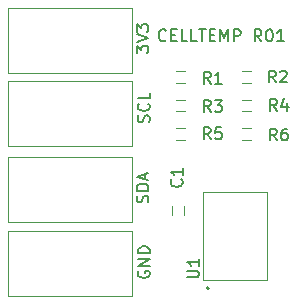
<source format=gbr>
%TF.GenerationSoftware,KiCad,Pcbnew,7.0.9-7.0.9~ubuntu23.04.1*%
%TF.CreationDate,2023-12-02T21:47:43+01:00*%
%TF.ProjectId,cell-temperature-sensor,63656c6c-2d74-4656-9d70-657261747572,rev?*%
%TF.SameCoordinates,Original*%
%TF.FileFunction,Legend,Top*%
%TF.FilePolarity,Positive*%
%FSLAX46Y46*%
G04 Gerber Fmt 4.6, Leading zero omitted, Abs format (unit mm)*
G04 Created by KiCad (PCBNEW 7.0.9-7.0.9~ubuntu23.04.1) date 2023-12-02 21:47:43*
%MOMM*%
%LPD*%
G01*
G04 APERTURE LIST*
%ADD10C,0.200000*%
%ADD11C,0.150000*%
%ADD12C,0.100000*%
%ADD13C,0.210000*%
G04 APERTURE END LIST*
D10*
X38741101Y-28071980D02*
X38693482Y-28119600D01*
X38693482Y-28119600D02*
X38550625Y-28167219D01*
X38550625Y-28167219D02*
X38455387Y-28167219D01*
X38455387Y-28167219D02*
X38312530Y-28119600D01*
X38312530Y-28119600D02*
X38217292Y-28024361D01*
X38217292Y-28024361D02*
X38169673Y-27929123D01*
X38169673Y-27929123D02*
X38122054Y-27738647D01*
X38122054Y-27738647D02*
X38122054Y-27595790D01*
X38122054Y-27595790D02*
X38169673Y-27405314D01*
X38169673Y-27405314D02*
X38217292Y-27310076D01*
X38217292Y-27310076D02*
X38312530Y-27214838D01*
X38312530Y-27214838D02*
X38455387Y-27167219D01*
X38455387Y-27167219D02*
X38550625Y-27167219D01*
X38550625Y-27167219D02*
X38693482Y-27214838D01*
X38693482Y-27214838D02*
X38741101Y-27262457D01*
X39169673Y-27643409D02*
X39503006Y-27643409D01*
X39645863Y-28167219D02*
X39169673Y-28167219D01*
X39169673Y-28167219D02*
X39169673Y-27167219D01*
X39169673Y-27167219D02*
X39645863Y-27167219D01*
X40550625Y-28167219D02*
X40074435Y-28167219D01*
X40074435Y-28167219D02*
X40074435Y-27167219D01*
X41360149Y-28167219D02*
X40883959Y-28167219D01*
X40883959Y-28167219D02*
X40883959Y-27167219D01*
X41550626Y-27167219D02*
X42122054Y-27167219D01*
X41836340Y-28167219D02*
X41836340Y-27167219D01*
X42455388Y-27643409D02*
X42788721Y-27643409D01*
X42931578Y-28167219D02*
X42455388Y-28167219D01*
X42455388Y-28167219D02*
X42455388Y-27167219D01*
X42455388Y-27167219D02*
X42931578Y-27167219D01*
X43360150Y-28167219D02*
X43360150Y-27167219D01*
X43360150Y-27167219D02*
X43693483Y-27881504D01*
X43693483Y-27881504D02*
X44026816Y-27167219D01*
X44026816Y-27167219D02*
X44026816Y-28167219D01*
X44503007Y-28167219D02*
X44503007Y-27167219D01*
X44503007Y-27167219D02*
X44883959Y-27167219D01*
X44883959Y-27167219D02*
X44979197Y-27214838D01*
X44979197Y-27214838D02*
X45026816Y-27262457D01*
X45026816Y-27262457D02*
X45074435Y-27357695D01*
X45074435Y-27357695D02*
X45074435Y-27500552D01*
X45074435Y-27500552D02*
X45026816Y-27595790D01*
X45026816Y-27595790D02*
X44979197Y-27643409D01*
X44979197Y-27643409D02*
X44883959Y-27691028D01*
X44883959Y-27691028D02*
X44503007Y-27691028D01*
X46836340Y-28167219D02*
X46503007Y-27691028D01*
X46264912Y-28167219D02*
X46264912Y-27167219D01*
X46264912Y-27167219D02*
X46645864Y-27167219D01*
X46645864Y-27167219D02*
X46741102Y-27214838D01*
X46741102Y-27214838D02*
X46788721Y-27262457D01*
X46788721Y-27262457D02*
X46836340Y-27357695D01*
X46836340Y-27357695D02*
X46836340Y-27500552D01*
X46836340Y-27500552D02*
X46788721Y-27595790D01*
X46788721Y-27595790D02*
X46741102Y-27643409D01*
X46741102Y-27643409D02*
X46645864Y-27691028D01*
X46645864Y-27691028D02*
X46264912Y-27691028D01*
X47455388Y-27167219D02*
X47550626Y-27167219D01*
X47550626Y-27167219D02*
X47645864Y-27214838D01*
X47645864Y-27214838D02*
X47693483Y-27262457D01*
X47693483Y-27262457D02*
X47741102Y-27357695D01*
X47741102Y-27357695D02*
X47788721Y-27548171D01*
X47788721Y-27548171D02*
X47788721Y-27786266D01*
X47788721Y-27786266D02*
X47741102Y-27976742D01*
X47741102Y-27976742D02*
X47693483Y-28071980D01*
X47693483Y-28071980D02*
X47645864Y-28119600D01*
X47645864Y-28119600D02*
X47550626Y-28167219D01*
X47550626Y-28167219D02*
X47455388Y-28167219D01*
X47455388Y-28167219D02*
X47360150Y-28119600D01*
X47360150Y-28119600D02*
X47312531Y-28071980D01*
X47312531Y-28071980D02*
X47264912Y-27976742D01*
X47264912Y-27976742D02*
X47217293Y-27786266D01*
X47217293Y-27786266D02*
X47217293Y-27548171D01*
X47217293Y-27548171D02*
X47264912Y-27357695D01*
X47264912Y-27357695D02*
X47312531Y-27262457D01*
X47312531Y-27262457D02*
X47360150Y-27214838D01*
X47360150Y-27214838D02*
X47455388Y-27167219D01*
X48741102Y-28167219D02*
X48169674Y-28167219D01*
X48455388Y-28167219D02*
X48455388Y-27167219D01*
X48455388Y-27167219D02*
X48360150Y-27310076D01*
X48360150Y-27310076D02*
X48264912Y-27405314D01*
X48264912Y-27405314D02*
X48169674Y-27452933D01*
D11*
X36269819Y-29158458D02*
X36269819Y-28539411D01*
X36269819Y-28539411D02*
X36650771Y-28872744D01*
X36650771Y-28872744D02*
X36650771Y-28729887D01*
X36650771Y-28729887D02*
X36698390Y-28634649D01*
X36698390Y-28634649D02*
X36746009Y-28587030D01*
X36746009Y-28587030D02*
X36841247Y-28539411D01*
X36841247Y-28539411D02*
X37079342Y-28539411D01*
X37079342Y-28539411D02*
X37174580Y-28587030D01*
X37174580Y-28587030D02*
X37222200Y-28634649D01*
X37222200Y-28634649D02*
X37269819Y-28729887D01*
X37269819Y-28729887D02*
X37269819Y-29015601D01*
X37269819Y-29015601D02*
X37222200Y-29110839D01*
X37222200Y-29110839D02*
X37174580Y-29158458D01*
X36269819Y-28253696D02*
X37269819Y-27920363D01*
X37269819Y-27920363D02*
X36269819Y-27587030D01*
X36269819Y-27348934D02*
X36269819Y-26729887D01*
X36269819Y-26729887D02*
X36650771Y-27063220D01*
X36650771Y-27063220D02*
X36650771Y-26920363D01*
X36650771Y-26920363D02*
X36698390Y-26825125D01*
X36698390Y-26825125D02*
X36746009Y-26777506D01*
X36746009Y-26777506D02*
X36841247Y-26729887D01*
X36841247Y-26729887D02*
X37079342Y-26729887D01*
X37079342Y-26729887D02*
X37174580Y-26777506D01*
X37174580Y-26777506D02*
X37222200Y-26825125D01*
X37222200Y-26825125D02*
X37269819Y-26920363D01*
X37269819Y-26920363D02*
X37269819Y-27206077D01*
X37269819Y-27206077D02*
X37222200Y-27301315D01*
X37222200Y-27301315D02*
X37174580Y-27348934D01*
X42533333Y-36454819D02*
X42200000Y-35978628D01*
X41961905Y-36454819D02*
X41961905Y-35454819D01*
X41961905Y-35454819D02*
X42342857Y-35454819D01*
X42342857Y-35454819D02*
X42438095Y-35502438D01*
X42438095Y-35502438D02*
X42485714Y-35550057D01*
X42485714Y-35550057D02*
X42533333Y-35645295D01*
X42533333Y-35645295D02*
X42533333Y-35788152D01*
X42533333Y-35788152D02*
X42485714Y-35883390D01*
X42485714Y-35883390D02*
X42438095Y-35931009D01*
X42438095Y-35931009D02*
X42342857Y-35978628D01*
X42342857Y-35978628D02*
X41961905Y-35978628D01*
X43438095Y-35454819D02*
X42961905Y-35454819D01*
X42961905Y-35454819D02*
X42914286Y-35931009D01*
X42914286Y-35931009D02*
X42961905Y-35883390D01*
X42961905Y-35883390D02*
X43057143Y-35835771D01*
X43057143Y-35835771D02*
X43295238Y-35835771D01*
X43295238Y-35835771D02*
X43390476Y-35883390D01*
X43390476Y-35883390D02*
X43438095Y-35931009D01*
X43438095Y-35931009D02*
X43485714Y-36026247D01*
X43485714Y-36026247D02*
X43485714Y-36264342D01*
X43485714Y-36264342D02*
X43438095Y-36359580D01*
X43438095Y-36359580D02*
X43390476Y-36407200D01*
X43390476Y-36407200D02*
X43295238Y-36454819D01*
X43295238Y-36454819D02*
X43057143Y-36454819D01*
X43057143Y-36454819D02*
X42961905Y-36407200D01*
X42961905Y-36407200D02*
X42914286Y-36359580D01*
X37222200Y-41810839D02*
X37269819Y-41667982D01*
X37269819Y-41667982D02*
X37269819Y-41429887D01*
X37269819Y-41429887D02*
X37222200Y-41334649D01*
X37222200Y-41334649D02*
X37174580Y-41287030D01*
X37174580Y-41287030D02*
X37079342Y-41239411D01*
X37079342Y-41239411D02*
X36984104Y-41239411D01*
X36984104Y-41239411D02*
X36888866Y-41287030D01*
X36888866Y-41287030D02*
X36841247Y-41334649D01*
X36841247Y-41334649D02*
X36793628Y-41429887D01*
X36793628Y-41429887D02*
X36746009Y-41620363D01*
X36746009Y-41620363D02*
X36698390Y-41715601D01*
X36698390Y-41715601D02*
X36650771Y-41763220D01*
X36650771Y-41763220D02*
X36555533Y-41810839D01*
X36555533Y-41810839D02*
X36460295Y-41810839D01*
X36460295Y-41810839D02*
X36365057Y-41763220D01*
X36365057Y-41763220D02*
X36317438Y-41715601D01*
X36317438Y-41715601D02*
X36269819Y-41620363D01*
X36269819Y-41620363D02*
X36269819Y-41382268D01*
X36269819Y-41382268D02*
X36317438Y-41239411D01*
X37269819Y-40810839D02*
X36269819Y-40810839D01*
X36269819Y-40810839D02*
X36269819Y-40572744D01*
X36269819Y-40572744D02*
X36317438Y-40429887D01*
X36317438Y-40429887D02*
X36412676Y-40334649D01*
X36412676Y-40334649D02*
X36507914Y-40287030D01*
X36507914Y-40287030D02*
X36698390Y-40239411D01*
X36698390Y-40239411D02*
X36841247Y-40239411D01*
X36841247Y-40239411D02*
X37031723Y-40287030D01*
X37031723Y-40287030D02*
X37126961Y-40334649D01*
X37126961Y-40334649D02*
X37222200Y-40429887D01*
X37222200Y-40429887D02*
X37269819Y-40572744D01*
X37269819Y-40572744D02*
X37269819Y-40810839D01*
X36984104Y-39858458D02*
X36984104Y-39382268D01*
X37269819Y-39953696D02*
X36269819Y-39620363D01*
X36269819Y-39620363D02*
X37269819Y-39287030D01*
X36417438Y-47639411D02*
X36369819Y-47734649D01*
X36369819Y-47734649D02*
X36369819Y-47877506D01*
X36369819Y-47877506D02*
X36417438Y-48020363D01*
X36417438Y-48020363D02*
X36512676Y-48115601D01*
X36512676Y-48115601D02*
X36607914Y-48163220D01*
X36607914Y-48163220D02*
X36798390Y-48210839D01*
X36798390Y-48210839D02*
X36941247Y-48210839D01*
X36941247Y-48210839D02*
X37131723Y-48163220D01*
X37131723Y-48163220D02*
X37226961Y-48115601D01*
X37226961Y-48115601D02*
X37322200Y-48020363D01*
X37322200Y-48020363D02*
X37369819Y-47877506D01*
X37369819Y-47877506D02*
X37369819Y-47782268D01*
X37369819Y-47782268D02*
X37322200Y-47639411D01*
X37322200Y-47639411D02*
X37274580Y-47591792D01*
X37274580Y-47591792D02*
X36941247Y-47591792D01*
X36941247Y-47591792D02*
X36941247Y-47782268D01*
X37369819Y-47163220D02*
X36369819Y-47163220D01*
X36369819Y-47163220D02*
X37369819Y-46591792D01*
X37369819Y-46591792D02*
X36369819Y-46591792D01*
X37369819Y-46115601D02*
X36369819Y-46115601D01*
X36369819Y-46115601D02*
X36369819Y-45877506D01*
X36369819Y-45877506D02*
X36417438Y-45734649D01*
X36417438Y-45734649D02*
X36512676Y-45639411D01*
X36512676Y-45639411D02*
X36607914Y-45591792D01*
X36607914Y-45591792D02*
X36798390Y-45544173D01*
X36798390Y-45544173D02*
X36941247Y-45544173D01*
X36941247Y-45544173D02*
X37131723Y-45591792D01*
X37131723Y-45591792D02*
X37226961Y-45639411D01*
X37226961Y-45639411D02*
X37322200Y-45734649D01*
X37322200Y-45734649D02*
X37369819Y-45877506D01*
X37369819Y-45877506D02*
X37369819Y-46115601D01*
X42533333Y-31754819D02*
X42200000Y-31278628D01*
X41961905Y-31754819D02*
X41961905Y-30754819D01*
X41961905Y-30754819D02*
X42342857Y-30754819D01*
X42342857Y-30754819D02*
X42438095Y-30802438D01*
X42438095Y-30802438D02*
X42485714Y-30850057D01*
X42485714Y-30850057D02*
X42533333Y-30945295D01*
X42533333Y-30945295D02*
X42533333Y-31088152D01*
X42533333Y-31088152D02*
X42485714Y-31183390D01*
X42485714Y-31183390D02*
X42438095Y-31231009D01*
X42438095Y-31231009D02*
X42342857Y-31278628D01*
X42342857Y-31278628D02*
X41961905Y-31278628D01*
X43485714Y-31754819D02*
X42914286Y-31754819D01*
X43200000Y-31754819D02*
X43200000Y-30754819D01*
X43200000Y-30754819D02*
X43104762Y-30897676D01*
X43104762Y-30897676D02*
X43009524Y-30992914D01*
X43009524Y-30992914D02*
X42914286Y-31040533D01*
X48033333Y-31654819D02*
X47700000Y-31178628D01*
X47461905Y-31654819D02*
X47461905Y-30654819D01*
X47461905Y-30654819D02*
X47842857Y-30654819D01*
X47842857Y-30654819D02*
X47938095Y-30702438D01*
X47938095Y-30702438D02*
X47985714Y-30750057D01*
X47985714Y-30750057D02*
X48033333Y-30845295D01*
X48033333Y-30845295D02*
X48033333Y-30988152D01*
X48033333Y-30988152D02*
X47985714Y-31083390D01*
X47985714Y-31083390D02*
X47938095Y-31131009D01*
X47938095Y-31131009D02*
X47842857Y-31178628D01*
X47842857Y-31178628D02*
X47461905Y-31178628D01*
X48414286Y-30750057D02*
X48461905Y-30702438D01*
X48461905Y-30702438D02*
X48557143Y-30654819D01*
X48557143Y-30654819D02*
X48795238Y-30654819D01*
X48795238Y-30654819D02*
X48890476Y-30702438D01*
X48890476Y-30702438D02*
X48938095Y-30750057D01*
X48938095Y-30750057D02*
X48985714Y-30845295D01*
X48985714Y-30845295D02*
X48985714Y-30940533D01*
X48985714Y-30940533D02*
X48938095Y-31083390D01*
X48938095Y-31083390D02*
X48366667Y-31654819D01*
X48366667Y-31654819D02*
X48985714Y-31654819D01*
X48133333Y-36554819D02*
X47800000Y-36078628D01*
X47561905Y-36554819D02*
X47561905Y-35554819D01*
X47561905Y-35554819D02*
X47942857Y-35554819D01*
X47942857Y-35554819D02*
X48038095Y-35602438D01*
X48038095Y-35602438D02*
X48085714Y-35650057D01*
X48085714Y-35650057D02*
X48133333Y-35745295D01*
X48133333Y-35745295D02*
X48133333Y-35888152D01*
X48133333Y-35888152D02*
X48085714Y-35983390D01*
X48085714Y-35983390D02*
X48038095Y-36031009D01*
X48038095Y-36031009D02*
X47942857Y-36078628D01*
X47942857Y-36078628D02*
X47561905Y-36078628D01*
X48990476Y-35554819D02*
X48800000Y-35554819D01*
X48800000Y-35554819D02*
X48704762Y-35602438D01*
X48704762Y-35602438D02*
X48657143Y-35650057D01*
X48657143Y-35650057D02*
X48561905Y-35792914D01*
X48561905Y-35792914D02*
X48514286Y-35983390D01*
X48514286Y-35983390D02*
X48514286Y-36364342D01*
X48514286Y-36364342D02*
X48561905Y-36459580D01*
X48561905Y-36459580D02*
X48609524Y-36507200D01*
X48609524Y-36507200D02*
X48704762Y-36554819D01*
X48704762Y-36554819D02*
X48895238Y-36554819D01*
X48895238Y-36554819D02*
X48990476Y-36507200D01*
X48990476Y-36507200D02*
X49038095Y-36459580D01*
X49038095Y-36459580D02*
X49085714Y-36364342D01*
X49085714Y-36364342D02*
X49085714Y-36126247D01*
X49085714Y-36126247D02*
X49038095Y-36031009D01*
X49038095Y-36031009D02*
X48990476Y-35983390D01*
X48990476Y-35983390D02*
X48895238Y-35935771D01*
X48895238Y-35935771D02*
X48704762Y-35935771D01*
X48704762Y-35935771D02*
X48609524Y-35983390D01*
X48609524Y-35983390D02*
X48561905Y-36031009D01*
X48561905Y-36031009D02*
X48514286Y-36126247D01*
X48133333Y-34054819D02*
X47800000Y-33578628D01*
X47561905Y-34054819D02*
X47561905Y-33054819D01*
X47561905Y-33054819D02*
X47942857Y-33054819D01*
X47942857Y-33054819D02*
X48038095Y-33102438D01*
X48038095Y-33102438D02*
X48085714Y-33150057D01*
X48085714Y-33150057D02*
X48133333Y-33245295D01*
X48133333Y-33245295D02*
X48133333Y-33388152D01*
X48133333Y-33388152D02*
X48085714Y-33483390D01*
X48085714Y-33483390D02*
X48038095Y-33531009D01*
X48038095Y-33531009D02*
X47942857Y-33578628D01*
X47942857Y-33578628D02*
X47561905Y-33578628D01*
X48990476Y-33388152D02*
X48990476Y-34054819D01*
X48752381Y-33007200D02*
X48514286Y-33721485D01*
X48514286Y-33721485D02*
X49133333Y-33721485D01*
X40059580Y-39866666D02*
X40107200Y-39914285D01*
X40107200Y-39914285D02*
X40154819Y-40057142D01*
X40154819Y-40057142D02*
X40154819Y-40152380D01*
X40154819Y-40152380D02*
X40107200Y-40295237D01*
X40107200Y-40295237D02*
X40011961Y-40390475D01*
X40011961Y-40390475D02*
X39916723Y-40438094D01*
X39916723Y-40438094D02*
X39726247Y-40485713D01*
X39726247Y-40485713D02*
X39583390Y-40485713D01*
X39583390Y-40485713D02*
X39392914Y-40438094D01*
X39392914Y-40438094D02*
X39297676Y-40390475D01*
X39297676Y-40390475D02*
X39202438Y-40295237D01*
X39202438Y-40295237D02*
X39154819Y-40152380D01*
X39154819Y-40152380D02*
X39154819Y-40057142D01*
X39154819Y-40057142D02*
X39202438Y-39914285D01*
X39202438Y-39914285D02*
X39250057Y-39866666D01*
X40154819Y-38914285D02*
X40154819Y-39485713D01*
X40154819Y-39199999D02*
X39154819Y-39199999D01*
X39154819Y-39199999D02*
X39297676Y-39295237D01*
X39297676Y-39295237D02*
X39392914Y-39390475D01*
X39392914Y-39390475D02*
X39440533Y-39485713D01*
X37322200Y-35010839D02*
X37369819Y-34867982D01*
X37369819Y-34867982D02*
X37369819Y-34629887D01*
X37369819Y-34629887D02*
X37322200Y-34534649D01*
X37322200Y-34534649D02*
X37274580Y-34487030D01*
X37274580Y-34487030D02*
X37179342Y-34439411D01*
X37179342Y-34439411D02*
X37084104Y-34439411D01*
X37084104Y-34439411D02*
X36988866Y-34487030D01*
X36988866Y-34487030D02*
X36941247Y-34534649D01*
X36941247Y-34534649D02*
X36893628Y-34629887D01*
X36893628Y-34629887D02*
X36846009Y-34820363D01*
X36846009Y-34820363D02*
X36798390Y-34915601D01*
X36798390Y-34915601D02*
X36750771Y-34963220D01*
X36750771Y-34963220D02*
X36655533Y-35010839D01*
X36655533Y-35010839D02*
X36560295Y-35010839D01*
X36560295Y-35010839D02*
X36465057Y-34963220D01*
X36465057Y-34963220D02*
X36417438Y-34915601D01*
X36417438Y-34915601D02*
X36369819Y-34820363D01*
X36369819Y-34820363D02*
X36369819Y-34582268D01*
X36369819Y-34582268D02*
X36417438Y-34439411D01*
X37274580Y-33439411D02*
X37322200Y-33487030D01*
X37322200Y-33487030D02*
X37369819Y-33629887D01*
X37369819Y-33629887D02*
X37369819Y-33725125D01*
X37369819Y-33725125D02*
X37322200Y-33867982D01*
X37322200Y-33867982D02*
X37226961Y-33963220D01*
X37226961Y-33963220D02*
X37131723Y-34010839D01*
X37131723Y-34010839D02*
X36941247Y-34058458D01*
X36941247Y-34058458D02*
X36798390Y-34058458D01*
X36798390Y-34058458D02*
X36607914Y-34010839D01*
X36607914Y-34010839D02*
X36512676Y-33963220D01*
X36512676Y-33963220D02*
X36417438Y-33867982D01*
X36417438Y-33867982D02*
X36369819Y-33725125D01*
X36369819Y-33725125D02*
X36369819Y-33629887D01*
X36369819Y-33629887D02*
X36417438Y-33487030D01*
X36417438Y-33487030D02*
X36465057Y-33439411D01*
X37369819Y-32534649D02*
X37369819Y-33010839D01*
X37369819Y-33010839D02*
X36369819Y-33010839D01*
X42533333Y-34154819D02*
X42200000Y-33678628D01*
X41961905Y-34154819D02*
X41961905Y-33154819D01*
X41961905Y-33154819D02*
X42342857Y-33154819D01*
X42342857Y-33154819D02*
X42438095Y-33202438D01*
X42438095Y-33202438D02*
X42485714Y-33250057D01*
X42485714Y-33250057D02*
X42533333Y-33345295D01*
X42533333Y-33345295D02*
X42533333Y-33488152D01*
X42533333Y-33488152D02*
X42485714Y-33583390D01*
X42485714Y-33583390D02*
X42438095Y-33631009D01*
X42438095Y-33631009D02*
X42342857Y-33678628D01*
X42342857Y-33678628D02*
X41961905Y-33678628D01*
X42866667Y-33154819D02*
X43485714Y-33154819D01*
X43485714Y-33154819D02*
X43152381Y-33535771D01*
X43152381Y-33535771D02*
X43295238Y-33535771D01*
X43295238Y-33535771D02*
X43390476Y-33583390D01*
X43390476Y-33583390D02*
X43438095Y-33631009D01*
X43438095Y-33631009D02*
X43485714Y-33726247D01*
X43485714Y-33726247D02*
X43485714Y-33964342D01*
X43485714Y-33964342D02*
X43438095Y-34059580D01*
X43438095Y-34059580D02*
X43390476Y-34107200D01*
X43390476Y-34107200D02*
X43295238Y-34154819D01*
X43295238Y-34154819D02*
X43009524Y-34154819D01*
X43009524Y-34154819D02*
X42914286Y-34107200D01*
X42914286Y-34107200D02*
X42866667Y-34059580D01*
X40554819Y-48161904D02*
X41364342Y-48161904D01*
X41364342Y-48161904D02*
X41459580Y-48114285D01*
X41459580Y-48114285D02*
X41507200Y-48066666D01*
X41507200Y-48066666D02*
X41554819Y-47971428D01*
X41554819Y-47971428D02*
X41554819Y-47780952D01*
X41554819Y-47780952D02*
X41507200Y-47685714D01*
X41507200Y-47685714D02*
X41459580Y-47638095D01*
X41459580Y-47638095D02*
X41364342Y-47590476D01*
X41364342Y-47590476D02*
X40554819Y-47590476D01*
X41554819Y-46590476D02*
X41554819Y-47161904D01*
X41554819Y-46876190D02*
X40554819Y-46876190D01*
X40554819Y-46876190D02*
X40697676Y-46971428D01*
X40697676Y-46971428D02*
X40792914Y-47066666D01*
X40792914Y-47066666D02*
X40840533Y-47161904D01*
D12*
%TO.C,J1*%
X35850000Y-25350000D02*
X25350000Y-25350000D01*
X35850000Y-30850000D02*
X35850000Y-25350000D01*
X35850000Y-30850000D02*
X25350000Y-30850000D01*
X25350000Y-30850000D02*
X25350000Y-25350000D01*
%TO.C,R5*%
X39625000Y-35500000D02*
X40375000Y-35500000D01*
X39625000Y-36500000D02*
X40375000Y-36500000D01*
%TO.C,J3*%
X35850000Y-37950000D02*
X25350000Y-37950000D01*
X35850000Y-43450000D02*
X35850000Y-37950000D01*
X35850000Y-43450000D02*
X25350000Y-43450000D01*
X25350000Y-43450000D02*
X25350000Y-37950000D01*
%TO.C,J4*%
X35850000Y-44250000D02*
X25350000Y-44250000D01*
X35850000Y-49750000D02*
X35850000Y-44250000D01*
X35850000Y-49750000D02*
X25350000Y-49750000D01*
X25350000Y-49750000D02*
X25350000Y-44250000D01*
%TO.C,R1*%
X39625000Y-30700000D02*
X40375000Y-30700000D01*
X39625000Y-31700000D02*
X40375000Y-31700000D01*
%TO.C,R2*%
X45225000Y-30700000D02*
X45975000Y-30700000D01*
X45225000Y-31700000D02*
X45975000Y-31700000D01*
%TO.C,R6*%
X45225000Y-35500000D02*
X45975000Y-35500000D01*
X45225000Y-36500000D02*
X45975000Y-36500000D01*
%TO.C,R4*%
X45225000Y-33100000D02*
X45975000Y-33100000D01*
X45225000Y-34100000D02*
X45975000Y-34100000D01*
%TO.C,C1*%
X40300000Y-42125000D02*
X40300000Y-42875000D01*
X39300000Y-42125000D02*
X39300000Y-42875000D01*
%TO.C,J2*%
X35850000Y-31550000D02*
X25350000Y-31550000D01*
X35850000Y-37050000D02*
X35850000Y-31550000D01*
X35850000Y-37050000D02*
X25350000Y-37050000D01*
X25350000Y-37050000D02*
X25350000Y-31550000D01*
%TO.C,R3*%
X39625000Y-33100000D02*
X40375000Y-33100000D01*
X39625000Y-34100000D02*
X40375000Y-34100000D01*
%TO.C,U1*%
X41900000Y-48370000D02*
X47300000Y-48370000D01*
X47300000Y-48370000D02*
X47300000Y-40970000D01*
X41900000Y-40970000D02*
X41900000Y-48370000D01*
X47300000Y-40970000D02*
X41900000Y-40970000D01*
D13*
X42405000Y-49070000D02*
G75*
G03*
X42405000Y-49070000I-105000J0D01*
G01*
%TD*%
M02*

</source>
